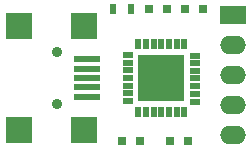
<source format=gbr>
G04 #@! TF.FileFunction,Soldermask,Top*
%FSLAX46Y46*%
G04 Gerber Fmt 4.6, Leading zero omitted, Abs format (unit mm)*
G04 Created by KiCad (PCBNEW (2015-02-03 BZR 5404)-product) date 2016-5-14 22:59:47*
%MOMM*%
G01*
G04 APERTURE LIST*
%ADD10C,0.150000*%
%ADD11R,0.800000X0.750000*%
%ADD12R,0.797560X0.797560*%
%ADD13R,0.500000X0.900000*%
%ADD14R,0.942340X0.492760*%
%ADD15R,0.492760X0.942340*%
%ADD16R,2.042160X2.042160*%
%ADD17R,2.199640X1.524000*%
%ADD18O,2.199640X1.524000*%
%ADD19R,2.197100X2.197100*%
%ADD20R,2.197100X0.497840*%
%ADD21C,0.899160*%
G04 APERTURE END LIST*
D10*
D11*
X198386000Y-156210000D03*
X199886000Y-156210000D03*
X203950000Y-156210000D03*
X202450000Y-156210000D03*
X205220000Y-145034000D03*
X203720000Y-145034000D03*
D12*
X200672700Y-145034000D03*
X202171300Y-145034000D03*
D13*
X197624000Y-145034000D03*
X199124000Y-145034000D03*
D14*
X198826120Y-149575520D03*
X198826120Y-150225760D03*
X198826120Y-150876000D03*
X198826120Y-151526240D03*
D15*
X199725280Y-153728420D03*
X200375520Y-153728420D03*
X201025760Y-153728420D03*
X201676000Y-153728420D03*
X202326240Y-153728420D03*
X202976480Y-153728420D03*
X203626720Y-153728420D03*
D14*
X198826120Y-148925280D03*
D16*
X200726040Y-151825960D03*
X200726040Y-149926040D03*
X202625960Y-149926040D03*
X202625960Y-151825960D03*
D14*
X204528420Y-152877520D03*
X204528420Y-152227280D03*
X204528420Y-151577040D03*
X204528420Y-150876000D03*
X204528420Y-150276560D03*
X204528420Y-149626320D03*
X204528420Y-148976080D03*
D15*
X203626720Y-148026120D03*
X202976480Y-148026120D03*
X202326240Y-148026120D03*
X201676000Y-148026120D03*
X201025760Y-148026120D03*
X200375520Y-148026120D03*
X199725280Y-148026120D03*
D14*
X198826120Y-152176480D03*
X198826120Y-152826720D03*
D17*
X207772000Y-145542000D03*
D18*
X207772000Y-148082000D03*
X207772000Y-150622000D03*
X207772000Y-153162000D03*
X207772000Y-155702000D03*
D19*
X195135500Y-155305760D03*
D20*
X195414900Y-149278340D03*
X195414900Y-150078440D03*
X195414900Y-150876000D03*
X195414900Y-151673560D03*
X195414900Y-152473660D03*
D21*
X192887600Y-148678900D03*
X192887600Y-153075640D03*
D19*
X195135500Y-146446240D03*
X189636400Y-146446240D03*
X189636400Y-155305760D03*
M02*

</source>
